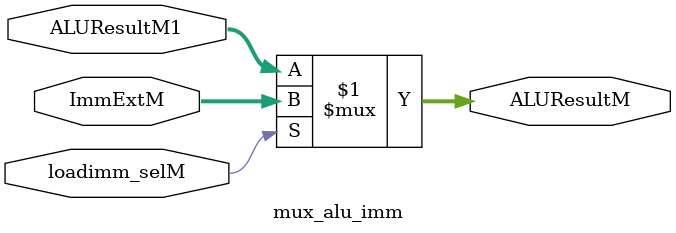
<source format=v>
module mux_alu_imm 
(
	input [31:0]  ALUResultM1,
   input [31:0]  ImmExtM,
   input         loadimm_selM,
   output [31:0] ALUResultM
);
	assign ALUResultM = loadimm_selM ?  ImmExtM:ALUResultM1;
endmodule
</source>
